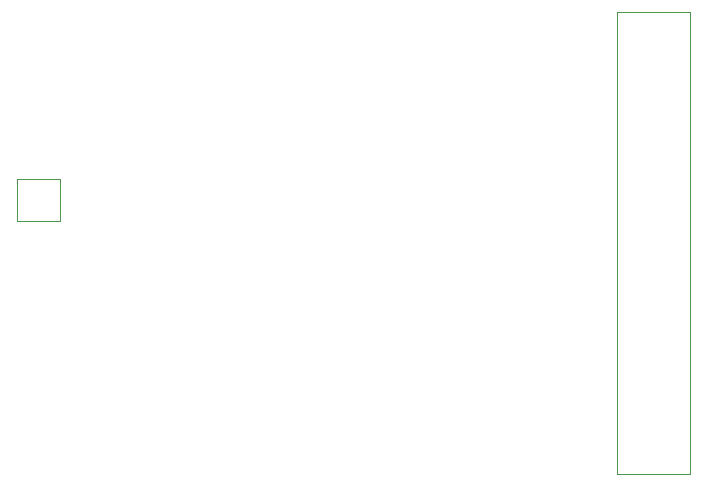
<source format=gbr>
G04 #@! TF.GenerationSoftware,KiCad,Pcbnew,5.1.7-a382d34a8~88~ubuntu18.04.1*
G04 #@! TF.CreationDate,2021-05-25T15:59:45+05:30*
G04 #@! TF.ProjectId,Gateway_v1,47617465-7761-4795-9f76-312e6b696361,rev?*
G04 #@! TF.SameCoordinates,Original*
G04 #@! TF.FileFunction,Other,User*
%FSLAX46Y46*%
G04 Gerber Fmt 4.6, Leading zero omitted, Abs format (unit mm)*
G04 Created by KiCad (PCBNEW 5.1.7-a382d34a8~88~ubuntu18.04.1) date 2021-05-25 15:59:45*
%MOMM*%
%LPD*%
G01*
G04 APERTURE LIST*
%ADD10C,0.050000*%
G04 APERTURE END LIST*
D10*
G04 #@! TO.C,AE1*
X95068800Y-72401000D02*
X91468800Y-72401000D01*
X95068800Y-76001000D02*
X95068800Y-72401000D01*
X91468800Y-76001000D02*
X95068800Y-76001000D01*
X91468800Y-72401000D02*
X91468800Y-76001000D01*
G04 #@! TO.C,J2*
X148447000Y-97395400D02*
X148447000Y-58245400D01*
X148447000Y-58245400D02*
X142297000Y-58245400D01*
X142297000Y-58245400D02*
X142297000Y-97395400D01*
X142297000Y-97395400D02*
X148447000Y-97395400D01*
G04 #@! TD*
M02*

</source>
